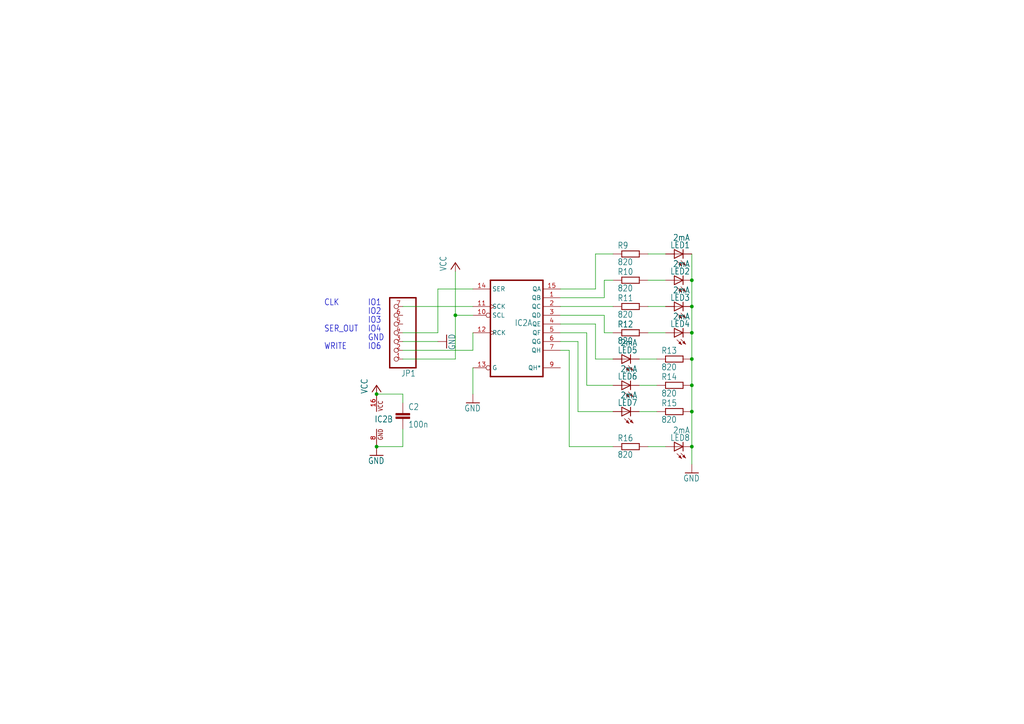
<source format=kicad_sch>
(kicad_sch (version 20230121) (generator eeschema)
  (paper "A4")
  (lib_symbols
    (symbol "2te8LED_v03-eagle-import:74595D"
      (property "Reference" "IC" (at -0.635 -0.635 0))
      (symbol "74595D_1_0"
        (polyline (pts (xy -7.62 -15.24) (xy 7.62 -15.24)) (stroke (width 0.4064)))
        (polyline (pts (xy -7.62 12.7) (xy -7.62 -15.24)) (stroke (width 0.4064)))
        (polyline (pts (xy 7.62 -15.24) (xy 7.62 12.7)) (stroke (width 0.4064)))
        (polyline (pts (xy 7.62 12.7) (xy -7.62 12.7)) (stroke (width 0.4064)))
        (pin tri_state line (at 12.7 7.62 180) (length 5.08) (name "QB") (number "1"))
        (pin input inverted (at -12.7 2.54 0) (length 5.08) (name "SCL") (number "10"))
        (pin input clock (at -12.7 5.08 0) (length 5.08) (name "SCK") (number "11"))
        (pin input clock (at -12.7 -2.54 0) (length 5.08) (name "RCK") (number "12"))
        (pin input inverted (at -12.7 -12.7 0) (length 5.08) (name "G") (number "13"))
        (pin input line (at -12.7 10.16 0) (length 5.08) (name "SER") (number "14"))
        (pin tri_state line (at 12.7 10.16 180) (length 5.08) (name "QA") (number "15"))
        (pin tri_state line (at 12.7 5.08 180) (length 5.08) (name "QC") (number "2"))
        (pin tri_state line (at 12.7 2.54 180) (length 5.08) (name "QD") (number "3"))
        (pin tri_state line (at 12.7 0 180) (length 5.08) (name "QE") (number "4"))
        (pin tri_state line (at 12.7 -2.54 180) (length 5.08) (name "QF") (number "5"))
        (pin tri_state line (at 12.7 -5.08 180) (length 5.08) (name "QG") (number "6"))
        (pin tri_state line (at 12.7 -7.62 180) (length 5.08) (name "QH") (number "7"))
        (pin tri_state line (at 12.7 -12.7 180) (length 5.08) (name "QH*") (number "9"))
      )
      (symbol "74595D_2_0"
        (text "GND" (at 1.905 -5.842 900) (effects (font (size 1.27 1.0795)) (justify left bottom)))
        (text "VCC" (at 1.905 2.54 900) (effects (font (size 1.27 1.0795)) (justify left bottom)))
        (pin power_in line (at 0 7.62 270) (length 5.08) (name "VCC") (number "16"))
        (pin power_in line (at 0 -7.62 90) (length 5.08) (name "GND") (number "8"))
      )
    )
    (symbol "2te8LED_v03-eagle-import:C-EU050-024X044"
      (property "Reference" "C" (at 1.524 0.381 0))
      (symbol "C-EU050-024X044_1_0"
        (rectangle (start -2.032 -2.032) (end 2.032 -1.524) (fill (type outline)))
        (rectangle (start -2.032 -1.016) (end 2.032 -0.508) (fill (type outline)))
        (polyline (pts (xy 0 -2.54) (xy 0 -2.032)) (stroke (width 0.1524)))
        (polyline (pts (xy 0 0) (xy 0 -0.508)) (stroke (width 0.1524)))
        (pin passive line (at 0 2.54 270) (length 2.54) (name "1") (number "1"))
        (pin passive line (at 0 -5.08 90) (length 2.54) (name "2") (number "2"))
      )
    )
    (symbol "2te8LED_v03-eagle-import:GND" (power)
      (property "Value" "GND" (at -2.54 -2.54 0))
      (symbol "GND_1_0"
        (polyline (pts (xy -1.905 0) (xy 1.905 0)) (stroke (width 0.254)))
        (pin power_in line (at 0 2.54 270) (length 2.54) (name "GND") (number "1"))
      )
    )
    (symbol "2te8LED_v03-eagle-import:LED3MM"
      (property "Reference" "LED" (at 3.556 -4.572 90))
      (symbol "LED3MM_1_0"
        (polyline (pts (xy -2.032 -0.762) (xy -3.429 -2.159)) (stroke (width 0.1524)))
        (polyline (pts (xy -1.905 -1.905) (xy -3.302 -3.302)) (stroke (width 0.1524)))
        (polyline (pts (xy 0 -2.54) (xy -1.27 -2.54)) (stroke (width 0.254)))
        (polyline (pts (xy 0 -2.54) (xy -1.27 0)) (stroke (width 0.254)))
        (polyline (pts (xy 0 0) (xy -1.27 0)) (stroke (width 0.254)))
        (polyline (pts (xy 0 0) (xy 0 -2.54)) (stroke (width 0.1524)))
        (polyline (pts (xy 1.27 -2.54) (xy 0 -2.54)) (stroke (width 0.254)))
        (polyline (pts (xy 1.27 0) (xy 0 -2.54)) (stroke (width 0.254)))
        (polyline (pts (xy 1.27 0) (xy 0 0)) (stroke (width 0.254)))
        (polyline (pts (xy -3.429 -2.159) (xy -3.048 -1.27) (xy -2.54 -1.778)) (stroke (width 0.1524)) (fill (type outline)))
        (polyline (pts (xy -3.302 -3.302) (xy -2.921 -2.413) (xy -2.413 -2.921)) (stroke (width 0.1524)) (fill (type outline)))
        (pin passive line (at 0 2.54 270) (length 2.54) (name "A") (number "A"))
        (pin passive line (at 0 -5.08 90) (length 2.54) (name "C") (number "K"))
      )
    )
    (symbol "2te8LED_v03-eagle-import:PINHD-1X7_2.54"
      (property "Reference" "JP" (at -6.35 10.795 0))
      (symbol "PINHD-1X7_2.54_1_0"
        (polyline (pts (xy -6.35 -10.16) (xy 1.27 -10.16)) (stroke (width 0.4064)))
        (polyline (pts (xy -6.35 10.16) (xy -6.35 -10.16)) (stroke (width 0.4064)))
        (polyline (pts (xy 1.27 -10.16) (xy 1.27 10.16)) (stroke (width 0.4064)))
        (polyline (pts (xy 1.27 10.16) (xy -6.35 10.16)) (stroke (width 0.4064)))
        (pin passive inverted (at -2.54 7.62 0) (length 2.54) (name "1") (number "1"))
        (pin passive inverted (at -2.54 5.08 0) (length 2.54) (name "2") (number "2"))
        (pin passive inverted (at -2.54 2.54 0) (length 2.54) (name "3") (number "3"))
        (pin passive inverted (at -2.54 0 0) (length 2.54) (name "4") (number "4"))
        (pin passive inverted (at -2.54 -2.54 0) (length 2.54) (name "5") (number "5"))
        (pin passive inverted (at -2.54 -5.08 0) (length 2.54) (name "6") (number "6"))
        (pin passive inverted (at -2.54 -7.62 0) (length 2.54) (name "7") (number "7"))
      )
    )
    (symbol "2te8LED_v03-eagle-import:R-EU_0204/7"
      (property "Reference" "R" (at -3.81 1.4986 0))
      (symbol "R-EU_0204/7_1_0"
        (polyline (pts (xy -2.54 -0.889) (xy -2.54 0.889)) (stroke (width 0.254)))
        (polyline (pts (xy -2.54 -0.889) (xy 2.54 -0.889)) (stroke (width 0.254)))
        (polyline (pts (xy 2.54 -0.889) (xy 2.54 0.889)) (stroke (width 0.254)))
        (polyline (pts (xy 2.54 0.889) (xy -2.54 0.889)) (stroke (width 0.254)))
        (pin passive line (at -5.08 0 0) (length 2.54) (name "1") (number "1"))
        (pin passive line (at 5.08 0 180) (length 2.54) (name "2") (number "2"))
      )
    )
    (symbol "2te8LED_v03-eagle-import:VCC" (power)
      (property "Value" "VCC" (at -2.54 -2.54 90))
      (symbol "VCC_1_0"
        (polyline (pts (xy 0 0) (xy -1.27 -1.905)) (stroke (width 0.254)))
        (polyline (pts (xy 1.27 -1.905) (xy 0 0)) (stroke (width 0.254)))
        (pin power_in line (at 0 -2.54 90) (length 2.54) (name "VCC") (number "1"))
      )
    )
  )
  (junction (at 200.66 96.52))
  (junction (at 109.22 114.3))
  (junction (at 109.22 129.54))
  (junction (at 200.66 129.54))
  (junction (at 132.08 91.44))
  (junction (at 200.66 111.76))
  (junction (at 200.66 88.9))
  (junction (at 200.66 119.38))
  (junction (at 200.66 104.14))
  (junction (at 200.66 81.28))
  (wire (pts (xy 137.16 83.82) (xy 127 83.82)) (stroke (width 0.1524)))
  (wire (pts (xy 116.84 101.6) (xy 137.16 101.6)) (stroke (width 0.1524)))
  (wire (pts (xy 116.84 129.54) (xy 109.22 129.54)) (stroke (width 0.1524)))
  (wire (pts (xy 162.56 88.9) (xy 177.8 88.9)) (stroke (width 0.1524)))
  (wire (pts (xy 200.66 81.28) (xy 200.66 88.9)) (stroke (width 0.1524)))
  (wire (pts (xy 200.66 111.76) (xy 200.66 119.38)) (stroke (width 0.1524)))
  (wire (pts (xy 162.56 96.52) (xy 170.18 96.52)) (stroke (width 0.1524)))
  (wire (pts (xy 187.96 73.66) (xy 193.04 73.66)) (stroke (width 0.1524)))
  (wire (pts (xy 172.72 73.66) (xy 177.8 73.66)) (stroke (width 0.1524)))
  (wire (pts (xy 137.16 91.44) (xy 132.08 91.44)) (stroke (width 0.1524)))
  (wire (pts (xy 116.84 114.3) (xy 109.22 114.3)) (stroke (width 0.1524)))
  (wire (pts (xy 200.66 81.28) (xy 200.66 73.66)) (stroke (width 0.1524)))
  (wire (pts (xy 170.18 96.52) (xy 170.18 111.76)) (stroke (width 0.1524)))
  (wire (pts (xy 187.96 88.9) (xy 193.04 88.9)) (stroke (width 0.1524)))
  (wire (pts (xy 200.66 96.52) (xy 200.66 104.14)) (stroke (width 0.1524)))
  (wire (pts (xy 167.64 119.38) (xy 167.64 99.06)) (stroke (width 0.1524)))
  (wire (pts (xy 132.08 91.44) (xy 132.08 104.14)) (stroke (width 0.1524)))
  (wire (pts (xy 162.56 91.44) (xy 175.26 91.44)) (stroke (width 0.1524)))
  (wire (pts (xy 175.26 81.28) (xy 177.8 81.28)) (stroke (width 0.1524)))
  (wire (pts (xy 172.72 93.98) (xy 162.56 93.98)) (stroke (width 0.1524)))
  (wire (pts (xy 162.56 83.82) (xy 172.72 83.82)) (stroke (width 0.1524)))
  (wire (pts (xy 170.18 111.76) (xy 177.8 111.76)) (stroke (width 0.1524)))
  (wire (pts (xy 177.8 104.14) (xy 172.72 104.14)) (stroke (width 0.1524)))
  (wire (pts (xy 165.1 101.6) (xy 165.1 129.54)) (stroke (width 0.1524)))
  (wire (pts (xy 187.96 81.28) (xy 193.04 81.28)) (stroke (width 0.1524)))
  (wire (pts (xy 200.66 119.38) (xy 200.66 129.54)) (stroke (width 0.1524)))
  (wire (pts (xy 185.42 119.38) (xy 190.5 119.38)) (stroke (width 0.1524)))
  (wire (pts (xy 187.96 96.52) (xy 193.04 96.52)) (stroke (width 0.1524)))
  (wire (pts (xy 172.72 104.14) (xy 172.72 93.98)) (stroke (width 0.1524)))
  (wire (pts (xy 167.64 99.06) (xy 162.56 99.06)) (stroke (width 0.1524)))
  (wire (pts (xy 175.26 96.52) (xy 177.8 96.52)) (stroke (width 0.1524)))
  (wire (pts (xy 127 83.82) (xy 127 96.52)) (stroke (width 0.1524)))
  (wire (pts (xy 137.16 101.6) (xy 137.16 96.52)) (stroke (width 0.1524)))
  (wire (pts (xy 116.84 88.9) (xy 137.16 88.9)) (stroke (width 0.1524)))
  (wire (pts (xy 127 96.52) (xy 116.84 96.52)) (stroke (width 0.1524)))
  (wire (pts (xy 132.08 91.44) (xy 132.08 78.74)) (stroke (width 0.1524)))
  (wire (pts (xy 162.56 86.36) (xy 175.26 86.36)) (stroke (width 0.1524)))
  (wire (pts (xy 172.72 83.82) (xy 172.72 73.66)) (stroke (width 0.1524)))
  (wire (pts (xy 185.42 111.76) (xy 190.5 111.76)) (stroke (width 0.1524)))
  (wire (pts (xy 177.8 119.38) (xy 167.64 119.38)) (stroke (width 0.1524)))
  (wire (pts (xy 175.26 86.36) (xy 175.26 81.28)) (stroke (width 0.1524)))
  (wire (pts (xy 200.66 129.54) (xy 200.66 134.62)) (stroke (width 0.1524)))
  (wire (pts (xy 187.96 129.54) (xy 193.04 129.54)) (stroke (width 0.1524)))
  (wire (pts (xy 116.84 124.46) (xy 116.84 129.54)) (stroke (width 0.1524)))
  (wire (pts (xy 175.26 91.44) (xy 175.26 96.52)) (stroke (width 0.1524)))
  (wire (pts (xy 116.84 116.84) (xy 116.84 114.3)) (stroke (width 0.1524)))
  (wire (pts (xy 200.66 88.9) (xy 200.66 96.52)) (stroke (width 0.1524)))
  (wire (pts (xy 185.42 104.14) (xy 190.5 104.14)) (stroke (width 0.1524)))
  (wire (pts (xy 137.16 106.68) (xy 137.16 114.3)) (stroke (width 0.1524)))
  (wire (pts (xy 162.56 101.6) (xy 165.1 101.6)) (stroke (width 0.1524)))
  (wire (pts (xy 200.66 104.14) (xy 200.66 111.76)) (stroke (width 0.1524)))
  (wire (pts (xy 127 99.06) (xy 116.84 99.06)) (stroke (width 0.1524)))
  (wire (pts (xy 165.1 129.54) (xy 177.8 129.54)) (stroke (width 0.1524)))
  (wire (pts (xy 132.08 104.14) (xy 116.84 104.14)) (stroke (width 0.1524)))
  (text "IO4" (at 106.68 96.52 0) (effects (font (size 1.778 1.5113)) (justify left bottom)))
  (text "CLK" (at 93.98 88.9 0) (effects (font (size 1.778 1.5113)) (justify left bottom)))
  (text "IO6" (at 106.68 101.6 0) (effects (font (size 1.778 1.5113)) (justify left bottom)))
  (text "WRITE" (at 93.98 101.6 0) (effects (font (size 1.778 1.5113)) (justify left bottom)))
  (text "GND" (at 106.68 99.06 0) (effects (font (size 1.778 1.5113)) (justify left bottom)))
  (text "IO2" (at 106.68 91.44 0) (effects (font (size 1.778 1.5113)) (justify left bottom)))
  (text "SER_OUT" (at 93.98 96.52 0) (effects (font (size 1.778 1.5113)) (justify left bottom)))
  (text "IO3" (at 106.68 93.98 0) (effects (font (size 1.778 1.5113)) (justify left bottom)))
  (text "IO1" (at 106.68 88.9 0) (effects (font (size 1.778 1.5113)) (justify left bottom)))
  (symbol (lib_id "2te8LED_v03-eagle-import:LED3MM") (at 180.34 104.14 90) (unit 1)
    (property "Reference" "LED5" (at 184.912 100.584 90) (effects (font (size 1.778 1.5113)) (justify left bottom)))
    (property "Value" "2mA" (at 184.912 98.425 90) (effects (font (size 1.778 1.5113)) (justify left bottom)))
    (property "Footprint" "2te8LED_v03:LED3MM" (effects hide))
  )
  (symbol (lib_id "2te8LED_v03-eagle-import:LED3MM") (at 195.58 129.54 90) (unit 1)
    (property "Reference" "LED8" (at 200.152 125.984 90) (effects (font (size 1.778 1.5113)) (justify left bottom)))
    (property "Value" "2mA" (at 200.152 123.825 90) (effects (font (size 1.778 1.5113)) (justify left bottom)))
    (property "Footprint" "2te8LED_v03:LED3MM" (effects hide))
  )
  (symbol (lib_id "2te8LED_v03-eagle-import:LED3MM") (at 180.34 119.38 90) (unit 1)
    (property "Reference" "LED7" (at 184.912 115.824 90) (effects (font (size 1.778 1.5113)) (justify left bottom)))
    (property "Value" "2mA" (at 184.912 113.665 90) (effects (font (size 1.778 1.5113)) (justify left bottom)))
    (property "Footprint" "2te8LED_v03:LED3MM" (effects hide))
  )
  (symbol (lib_id "2te8LED_v03-eagle-import:LED3MM") (at 195.58 73.66 90) (unit 1)
    (property "Reference" "LED1" (at 200.152 70.104 90) (effects (font (size 1.778 1.5113)) (justify left bottom)))
    (property "Value" "2mA" (at 200.152 67.945 90) (effects (font (size 1.778 1.5113)) (justify left bottom)))
    (property "Footprint" "2te8LED_v03:LED3MM" (effects hide))
  )
  (symbol (lib_id "2te8LED_v03-eagle-import:R-EU_0204/7") (at 182.88 81.28 0) (unit 1)
    (property "Reference" "R10" (at 179.07 79.7814 0) (effects (font (size 1.778 1.5113)) (justify left bottom)))
    (property "Value" "820" (at 179.07 84.582 0) (effects (font (size 1.778 1.5113)) (justify left bottom)))
    (property "Footprint" "2te8LED_v03:0204_7" (effects hide))
  )
  (symbol (lib_id "2te8LED_v03-eagle-import:R-EU_0204/7") (at 195.58 111.76 0) (unit 1)
    (property "Reference" "R14" (at 191.77 110.2614 0) (effects (font (size 1.778 1.5113)) (justify left bottom)))
    (property "Value" "820" (at 191.77 115.062 0) (effects (font (size 1.778 1.5113)) (justify left bottom)))
    (property "Footprint" "2te8LED_v03:0204_7" (effects hide))
  )
  (symbol (lib_id "2te8LED_v03-eagle-import:R-EU_0204/7") (at 182.88 73.66 0) (unit 1)
    (property "Reference" "R9" (at 179.07 72.1614 0) (effects (font (size 1.778 1.5113)) (justify left bottom)))
    (property "Value" "820" (at 179.07 76.962 0) (effects (font (size 1.778 1.5113)) (justify left bottom)))
    (property "Footprint" "2te8LED_v03:0204_7" (effects hide))
  )
  (symbol (lib_id "2te8LED_v03-eagle-import:LED3MM") (at 195.58 96.52 90) (unit 1)
    (property "Reference" "LED4" (at 200.152 92.964 90) (effects (font (size 1.778 1.5113)) (justify left bottom)))
    (property "Value" "2mA" (at 200.152 90.805 90) (effects (font (size 1.778 1.5113)) (justify left bottom)))
    (property "Footprint" "2te8LED_v03:LED3MM" (effects hide))
  )
  (symbol (lib_id "2te8LED_v03-eagle-import:GND") (at 137.16 116.84 0) (unit 1)
    (property "Reference" "#GND5" (effects hide))
    (property "Value" "GND" (at 134.62 119.38 0) (effects (font (size 1.778 1.5113)) (justify left bottom)))
  )
  (symbol (lib_id "2te8LED_v03-eagle-import:R-EU_0204/7") (at 182.88 129.54 0) (unit 1)
    (property "Reference" "R16" (at 179.07 128.0414 0) (effects (font (size 1.778 1.5113)) (justify left bottom)))
    (property "Value" "820" (at 179.07 132.842 0) (effects (font (size 1.778 1.5113)) (justify left bottom)))
    (property "Footprint" "2te8LED_v03:0204_7" (effects hide))
  )
  (symbol (lib_id "2te8LED_v03-eagle-import:VCC") (at 132.08 76.2 0) (unit 1)
    (property "Reference" "#P+9" (effects hide))
    (property "Value" "VCC" (at 129.54 78.74 90) (effects (font (size 1.778 1.5113)) (justify left bottom)))
  )
  (symbol (lib_id "2te8LED_v03-eagle-import:LED3MM") (at 195.58 81.28 90) (unit 1)
    (property "Reference" "LED2" (at 200.152 77.724 90) (effects (font (size 1.778 1.5113)) (justify left bottom)))
    (property "Value" "2mA" (at 200.152 75.565 90) (effects (font (size 1.778 1.5113)) (justify left bottom)))
    (property "Footprint" "2te8LED_v03:LED3MM" (effects hide))
  )
  (symbol (lib_id "2te8LED_v03-eagle-import:74595D") (at 109.22 121.92 0) (unit 2)
    (property "Reference" "IC2" (at 108.585 122.555 0) (effects (font (size 1.778 1.5113)) (justify left bottom)))
    (property "Value" "74595D" (effects hide))
    (property "Footprint" "2te8LED_v03:SO16" (effects hide))
  )
  (symbol (lib_id "2te8LED_v03-eagle-import:R-EU_0204/7") (at 182.88 96.52 0) (unit 1)
    (property "Reference" "R12" (at 179.07 95.0214 0) (effects (font (size 1.778 1.5113)) (justify left bottom)))
    (property "Value" "820" (at 179.07 99.822 0) (effects (font (size 1.778 1.5113)) (justify left bottom)))
    (property "Footprint" "2te8LED_v03:0204_7" (effects hide))
  )
  (symbol (lib_id "2te8LED_v03-eagle-import:R-EU_0204/7") (at 182.88 88.9 0) (unit 1)
    (property "Reference" "R11" (at 179.07 87.4014 0) (effects (font (size 1.778 1.5113)) (justify left bottom)))
    (property "Value" "820" (at 179.07 92.202 0) (effects (font (size 1.778 1.5113)) (justify left bottom)))
    (property "Footprint" "2te8LED_v03:0204_7" (effects hide))
  )
  (symbol (lib_id "2te8LED_v03-eagle-import:GND") (at 200.66 137.16 0) (unit 1)
    (property "Reference" "#GND2" (effects hide))
    (property "Value" "GND" (at 198.12 139.7 0) (effects (font (size 1.778 1.5113)) (justify left bottom)))
  )
  (symbol (lib_id "2te8LED_v03-eagle-import:74595D") (at 149.86 93.98 0) (unit 1)
    (property "Reference" "IC2" (at 149.225 94.615 0) (effects (font (size 1.778 1.5113)) (justify left bottom)))
    (property "Value" "74595D" (effects hide))
    (property "Footprint" "2te8LED_v03:SO16" (effects hide))
  )
  (symbol (lib_id "2te8LED_v03-eagle-import:LED3MM") (at 195.58 88.9 90) (unit 1)
    (property "Reference" "LED3" (at 200.152 85.344 90) (effects (font (size 1.778 1.5113)) (justify left bottom)))
    (property "Value" "2mA" (at 200.152 83.185 90) (effects (font (size 1.778 1.5113)) (justify left bottom)))
    (property "Footprint" "2te8LED_v03:LED3MM" (effects hide))
  )
  (symbol (lib_id "2te8LED_v03-eagle-import:C-EU050-024X044") (at 116.84 119.38 0) (unit 1)
    (property "Reference" "C2" (at 118.364 118.999 0) (effects (font (size 1.778 1.5113)) (justify left bottom)))
    (property "Value" "100n" (at 118.364 124.079 0) (effects (font (size 1.778 1.5113)) (justify left bottom)))
    (property "Footprint" "2te8LED_v03:C050-024X044" (effects hide))
  )
  (symbol (lib_id "2te8LED_v03-eagle-import:PINHD-1X7_2.54") (at 114.3 96.52 180) (unit 1)
    (property "Reference" "JP1" (at 120.65 107.315 0) (effects (font (size 1.778 1.5113)) (justify left bottom)))
    (property "Value" "PINHD-1X7_2.54" (effects hide))
    (property "Footprint" "2te8LED_v03:1X07" (effects hide))
  )
  (symbol (lib_id "2te8LED_v03-eagle-import:LED3MM") (at 180.34 111.76 90) (unit 1)
    (property "Reference" "LED6" (at 184.912 108.204 90) (effects (font (size 1.778 1.5113)) (justify left bottom)))
    (property "Value" "2mA" (at 184.912 106.045 90) (effects (font (size 1.778 1.5113)) (justify left bottom)))
    (property "Footprint" "2te8LED_v03:LED3MM" (effects hide))
  )
  (symbol (lib_id "2te8LED_v03-eagle-import:VCC") (at 109.22 111.76 0) (unit 1)
    (property "Reference" "#P+3" (effects hide))
    (property "Value" "VCC" (at 106.68 114.3 90) (effects (font (size 1.778 1.5113)) (justify left bottom)))
  )
  (symbol (lib_id "2te8LED_v03-eagle-import:GND") (at 129.54 99.06 90) (unit 1)
    (property "Reference" "#GND3" (effects hide))
    (property "Value" "GND" (at 132.08 101.6 0) (effects (font (size 1.778 1.5113)) (justify left bottom)))
  )
  (symbol (lib_id "2te8LED_v03-eagle-import:GND") (at 109.22 132.08 0) (unit 1)
    (property "Reference" "#GND4" (effects hide))
    (property "Value" "GND" (at 106.68 134.62 0) (effects (font (size 1.778 1.5113)) (justify left bottom)))
  )
  (symbol (lib_id "2te8LED_v03-eagle-import:R-EU_0204/7") (at 195.58 119.38 0) (unit 1)
    (property "Reference" "R15" (at 191.77 117.8814 0) (effects (font (size 1.778 1.5113)) (justify left bottom)))
    (property "Value" "820" (at 191.77 122.682 0) (effects (font (size 1.778 1.5113)) (justify left bottom)))
    (property "Footprint" "2te8LED_v03:0204_7" (effects hide))
  )
  (symbol (lib_id "2te8LED_v03-eagle-import:R-EU_0204/7") (at 195.58 104.14 0) (unit 1)
    (property "Reference" "R13" (at 191.77 102.6414 0) (effects (font (size 1.778 1.5113)) (justify left bottom)))
    (property "Value" "820" (at 191.77 107.442 0) (effects (font (size 1.778 1.5113)) (justify left bottom)))
    (property "Footprint" "2te8LED_v03:0204_7" (effects hide))
  )
)
</source>
